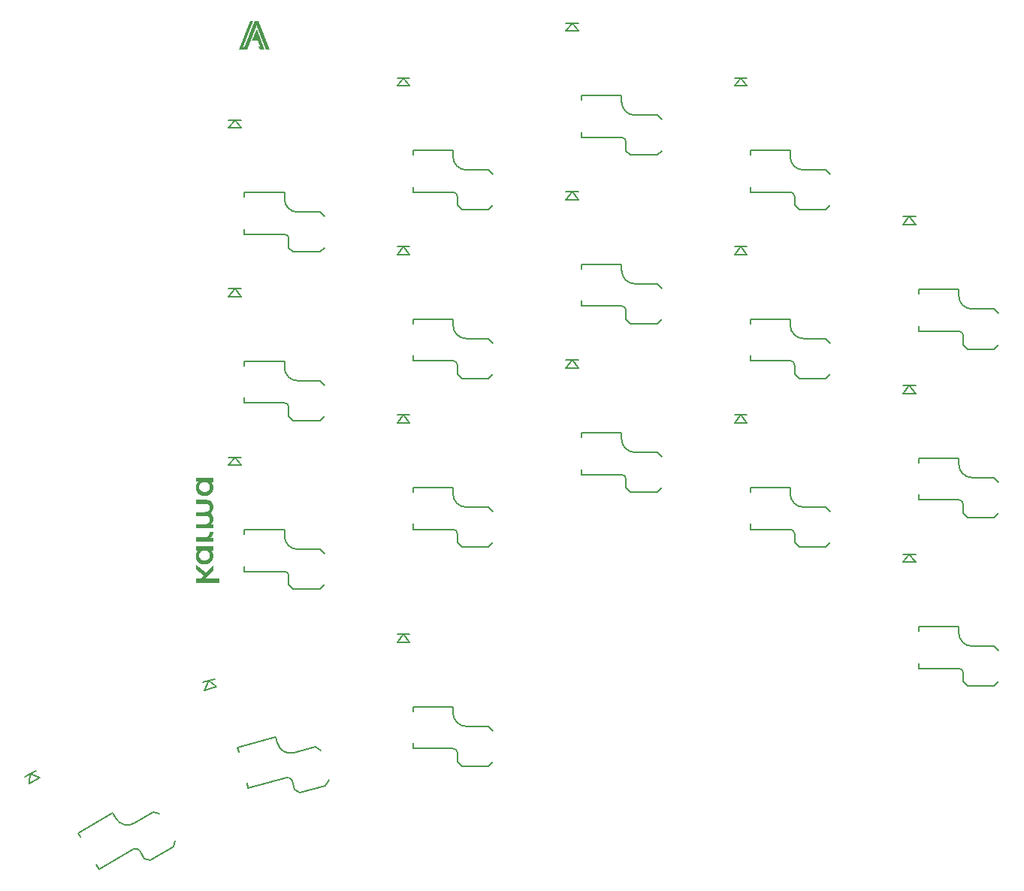
<source format=gbr>
%TF.GenerationSoftware,KiCad,Pcbnew,8.0.5*%
%TF.CreationDate,2024-12-10T18:52:19+08:00*%
%TF.ProjectId,pcb-right,7063622d-7269-4676-9874-2e6b69636164,0.32*%
%TF.SameCoordinates,Original*%
%TF.FileFunction,Legend,Bot*%
%TF.FilePolarity,Positive*%
%FSLAX46Y46*%
G04 Gerber Fmt 4.6, Leading zero omitted, Abs format (unit mm)*
G04 Created by KiCad (PCBNEW 8.0.5) date 2024-12-10 18:52:19*
%MOMM*%
%LPD*%
G01*
G04 APERTURE LIST*
G04 Aperture macros list*
%AMRotRect*
0 Rectangle, with rotation*
0 The origin of the aperture is its center*
0 $1 length*
0 $2 width*
0 $3 Rotation angle, in degrees counterclockwise*
0 Add horizontal line*
21,1,$1,$2,0,0,$3*%
G04 Aperture macros list end*
%ADD10C,0.000000*%
%ADD11C,0.150000*%
%ADD12C,1.701800*%
%ADD13C,3.000000*%
%ADD14C,3.429000*%
%ADD15R,2.600000X2.600000*%
%ADD16C,3.800000*%
%ADD17RotRect,2.600000X2.600000X195.000000*%
%ADD18C,1.800000*%
%ADD19C,2.100000*%
%ADD20O,1.800000X2.750000*%
%ADD21C,1.397000*%
%ADD22RotRect,2.600000X2.600000X210.000000*%
%ADD23R,1.500000X1.800000*%
%ADD24RotRect,1.800000X1.500000X300.000000*%
%ADD25RotRect,1.800000X1.500000X285.000000*%
G04 APERTURE END LIST*
D10*
G36*
X64187616Y-37521201D02*
G01*
X63829779Y-37521201D01*
X65097543Y-34269996D01*
X65455380Y-34269996D01*
X64187616Y-37521201D01*
G37*
G36*
X60900370Y-86228948D02*
G01*
X60667800Y-86228948D01*
X60683216Y-86243422D01*
X60698156Y-86258218D01*
X60712621Y-86273335D01*
X60726612Y-86288773D01*
X60740127Y-86304533D01*
X60753167Y-86320614D01*
X60765732Y-86337016D01*
X60777822Y-86353740D01*
X60789437Y-86370785D01*
X60800577Y-86388152D01*
X60811242Y-86405839D01*
X60821432Y-86423849D01*
X60831146Y-86442179D01*
X60840386Y-86460831D01*
X60849150Y-86479805D01*
X60857440Y-86499100D01*
X60865237Y-86518675D01*
X60872532Y-86538488D01*
X60879324Y-86558538D01*
X60885614Y-86578826D01*
X60891400Y-86599352D01*
X60896682Y-86620114D01*
X60901462Y-86641115D01*
X60905739Y-86662352D01*
X60909513Y-86683828D01*
X60912784Y-86705541D01*
X60915551Y-86727492D01*
X60917816Y-86749680D01*
X60919577Y-86772106D01*
X60920835Y-86794770D01*
X60921590Y-86817671D01*
X60921841Y-86840810D01*
X60921366Y-86875467D01*
X60919940Y-86909662D01*
X60917564Y-86943396D01*
X60914238Y-86976669D01*
X60909961Y-87009480D01*
X60904733Y-87041830D01*
X60898555Y-87073719D01*
X60891426Y-87105147D01*
X60883348Y-87136113D01*
X60874318Y-87166618D01*
X60864338Y-87196662D01*
X60853408Y-87226245D01*
X60841527Y-87255366D01*
X60828696Y-87284026D01*
X60814914Y-87312225D01*
X60800182Y-87339963D01*
X60784590Y-87367092D01*
X60768230Y-87393466D01*
X60751100Y-87419085D01*
X60733202Y-87443950D01*
X60714536Y-87468060D01*
X60695100Y-87491416D01*
X60674896Y-87514017D01*
X60653923Y-87535863D01*
X60632182Y-87556955D01*
X60609672Y-87577291D01*
X60586393Y-87596873D01*
X60562346Y-87615701D01*
X60537530Y-87633773D01*
X60511946Y-87651091D01*
X60485593Y-87667654D01*
X60458472Y-87683462D01*
X60430677Y-87698411D01*
X60402310Y-87712395D01*
X60373371Y-87725415D01*
X60343858Y-87737470D01*
X60313773Y-87748561D01*
X60283115Y-87758687D01*
X60251884Y-87767849D01*
X60220080Y-87776047D01*
X60187703Y-87783280D01*
X60154753Y-87789548D01*
X60121230Y-87794853D01*
X60087133Y-87799192D01*
X60052464Y-87802568D01*
X60017221Y-87804979D01*
X59981404Y-87806425D01*
X59945015Y-87806908D01*
X59908618Y-87806425D01*
X59872780Y-87804979D01*
X59837502Y-87802568D01*
X59802783Y-87799192D01*
X59768623Y-87794853D01*
X59735022Y-87789548D01*
X59701981Y-87783280D01*
X59669499Y-87776047D01*
X59637576Y-87767849D01*
X59606212Y-87758687D01*
X59575408Y-87748561D01*
X59545163Y-87737470D01*
X59515477Y-87725415D01*
X59486350Y-87712395D01*
X59457783Y-87698411D01*
X59429775Y-87683462D01*
X59402433Y-87667654D01*
X59375875Y-87651091D01*
X59350100Y-87633773D01*
X59325107Y-87615701D01*
X59300898Y-87596873D01*
X59277472Y-87577291D01*
X59254829Y-87556955D01*
X59232968Y-87535863D01*
X59211891Y-87514017D01*
X59191595Y-87491416D01*
X59172083Y-87468060D01*
X59153353Y-87443950D01*
X59135405Y-87419085D01*
X59118240Y-87393466D01*
X59101857Y-87367092D01*
X59086256Y-87339963D01*
X59071526Y-87312225D01*
X59057746Y-87284026D01*
X59044917Y-87255366D01*
X59033037Y-87226245D01*
X59022108Y-87196662D01*
X59012129Y-87166618D01*
X59003101Y-87136113D01*
X58995023Y-87105147D01*
X58987895Y-87073719D01*
X58981717Y-87041830D01*
X58976490Y-87009480D01*
X58972213Y-86976669D01*
X58968886Y-86943396D01*
X58966510Y-86909662D01*
X58965085Y-86875467D01*
X58964609Y-86840810D01*
X58964875Y-86816344D01*
X58965672Y-86792144D01*
X58965751Y-86790717D01*
X59347467Y-86790717D01*
X59348110Y-86821236D01*
X59350039Y-86851070D01*
X59353253Y-86880220D01*
X59357753Y-86908685D01*
X59363539Y-86936464D01*
X59370611Y-86963559D01*
X59378969Y-86989969D01*
X59388613Y-87015694D01*
X59399543Y-87040734D01*
X59411759Y-87065089D01*
X59425262Y-87088760D01*
X59440051Y-87111745D01*
X59456126Y-87134045D01*
X59473487Y-87155660D01*
X59492135Y-87176590D01*
X59512070Y-87196835D01*
X59533048Y-87216117D01*
X59554837Y-87234155D01*
X59577437Y-87250949D01*
X59600848Y-87266498D01*
X59625069Y-87280804D01*
X59650102Y-87293866D01*
X59675945Y-87305684D01*
X59702599Y-87316258D01*
X59730064Y-87325588D01*
X59758339Y-87333674D01*
X59787425Y-87340516D01*
X59817322Y-87346114D01*
X59848029Y-87350468D01*
X59879547Y-87353578D01*
X59911875Y-87355444D01*
X59945015Y-87356066D01*
X59978156Y-87355444D01*
X60010486Y-87353578D01*
X60042004Y-87350468D01*
X60072712Y-87346114D01*
X60102608Y-87340516D01*
X60131693Y-87333674D01*
X60159968Y-87325588D01*
X60187432Y-87316258D01*
X60214085Y-87305684D01*
X60239928Y-87293866D01*
X60264961Y-87280804D01*
X60289183Y-87266498D01*
X60312596Y-87250949D01*
X60335198Y-87234155D01*
X60356990Y-87216117D01*
X60377973Y-87196835D01*
X60397903Y-87176590D01*
X60416547Y-87155660D01*
X60433906Y-87134045D01*
X60449979Y-87111745D01*
X60464766Y-87088760D01*
X60478267Y-87065089D01*
X60490483Y-87040734D01*
X60501413Y-87015694D01*
X60511057Y-86989969D01*
X60519416Y-86963559D01*
X60526488Y-86936464D01*
X60532275Y-86908685D01*
X60536775Y-86880220D01*
X60539990Y-86851070D01*
X60541919Y-86821236D01*
X60542562Y-86790717D01*
X60541919Y-86760191D01*
X60539990Y-86730336D01*
X60536775Y-86701152D01*
X60532275Y-86672639D01*
X60526488Y-86644797D01*
X60519416Y-86617626D01*
X60511057Y-86591126D01*
X60501413Y-86565296D01*
X60490483Y-86540138D01*
X60478267Y-86515650D01*
X60464766Y-86491833D01*
X60449979Y-86468687D01*
X60433906Y-86446212D01*
X60416547Y-86424408D01*
X60397903Y-86403274D01*
X60377973Y-86382812D01*
X60356990Y-86363314D01*
X60335198Y-86345073D01*
X60312596Y-86328091D01*
X60289183Y-86312367D01*
X60264961Y-86297901D01*
X60239928Y-86284693D01*
X60214085Y-86272743D01*
X60187432Y-86262051D01*
X60159968Y-86252616D01*
X60131693Y-86244440D01*
X60102608Y-86237521D01*
X60072712Y-86231861D01*
X60042004Y-86227458D01*
X60010486Y-86224314D01*
X59978156Y-86222427D01*
X59945015Y-86221798D01*
X59911875Y-86222427D01*
X59879547Y-86224314D01*
X59848029Y-86227458D01*
X59817322Y-86231861D01*
X59787425Y-86237521D01*
X59758339Y-86244440D01*
X59730064Y-86252616D01*
X59702599Y-86262051D01*
X59675945Y-86272743D01*
X59650102Y-86284693D01*
X59625069Y-86297901D01*
X59600848Y-86312367D01*
X59577437Y-86328091D01*
X59554837Y-86345073D01*
X59533048Y-86363314D01*
X59512070Y-86382812D01*
X59492135Y-86403274D01*
X59473487Y-86424408D01*
X59456126Y-86446212D01*
X59440051Y-86468687D01*
X59425262Y-86491833D01*
X59411759Y-86515650D01*
X59399543Y-86540138D01*
X59388613Y-86565296D01*
X59378969Y-86591126D01*
X59370611Y-86617626D01*
X59363539Y-86644797D01*
X59357753Y-86672639D01*
X59353253Y-86701152D01*
X59350039Y-86730336D01*
X59348110Y-86760191D01*
X59347467Y-86790717D01*
X58965751Y-86790717D01*
X58966999Y-86768208D01*
X58968858Y-86744539D01*
X58971248Y-86721134D01*
X58974169Y-86697995D01*
X58977621Y-86675122D01*
X58981605Y-86652514D01*
X58986119Y-86630172D01*
X58991164Y-86608095D01*
X58996741Y-86586283D01*
X59002848Y-86564738D01*
X59009487Y-86543457D01*
X59016657Y-86522443D01*
X59024358Y-86501694D01*
X59032590Y-86481210D01*
X59041353Y-86461062D01*
X59050648Y-86441320D01*
X59060474Y-86421983D01*
X59070831Y-86403051D01*
X59081719Y-86384524D01*
X59093139Y-86366403D01*
X59105090Y-86348687D01*
X59117572Y-86331376D01*
X59130585Y-86314471D01*
X59144129Y-86297971D01*
X59158204Y-86281877D01*
X59172810Y-86266187D01*
X59187947Y-86250903D01*
X59203615Y-86236024D01*
X59219814Y-86221551D01*
X59236544Y-86207483D01*
X58989660Y-86207483D01*
X58989660Y-85781683D01*
X60900370Y-85781683D01*
X60900370Y-86228948D01*
G37*
G36*
X60920667Y-91874096D02*
G01*
X60917145Y-91931486D01*
X60911275Y-91986583D01*
X60903056Y-92039388D01*
X60892489Y-92089901D01*
X60886326Y-92114298D01*
X60879575Y-92138122D01*
X60872237Y-92161372D01*
X60864312Y-92184050D01*
X60855800Y-92206155D01*
X60846701Y-92227686D01*
X60837014Y-92248645D01*
X60826741Y-92269030D01*
X60815881Y-92288843D01*
X60804434Y-92308082D01*
X60792400Y-92326749D01*
X60779778Y-92344842D01*
X60766570Y-92362362D01*
X60752775Y-92379309D01*
X60738392Y-92395683D01*
X60723423Y-92411485D01*
X60707866Y-92426713D01*
X60691723Y-92441368D01*
X60674992Y-92455450D01*
X60657675Y-92468958D01*
X60639770Y-92481894D01*
X60621278Y-92494257D01*
X60900370Y-92494257D01*
X60900370Y-92920055D01*
X58989660Y-92920055D01*
X58989660Y-92472785D01*
X59916386Y-92472785D01*
X59951644Y-92472212D01*
X59985854Y-92470493D01*
X60019016Y-92467628D01*
X60051129Y-92463617D01*
X60082193Y-92458459D01*
X60112209Y-92452156D01*
X60141177Y-92444706D01*
X60169097Y-92436111D01*
X60195968Y-92426369D01*
X60221791Y-92415481D01*
X60246566Y-92403447D01*
X60270292Y-92390267D01*
X60292971Y-92375941D01*
X60314601Y-92360469D01*
X60335184Y-92343850D01*
X60354718Y-92326086D01*
X60373130Y-92307301D01*
X60390355Y-92287621D01*
X60406392Y-92267047D01*
X60421242Y-92245578D01*
X60434904Y-92223214D01*
X60447379Y-92199956D01*
X60458666Y-92175804D01*
X60468765Y-92150756D01*
X60477676Y-92124815D01*
X60485400Y-92097978D01*
X60491935Y-92070248D01*
X60497282Y-92041623D01*
X60501441Y-92012103D01*
X60504412Y-91981689D01*
X60506195Y-91950381D01*
X60506789Y-91918178D01*
X60506621Y-91906381D01*
X60506116Y-91894249D01*
X60505276Y-91881782D01*
X60504100Y-91868979D01*
X60502590Y-91855840D01*
X60500745Y-91842367D01*
X60498566Y-91828558D01*
X60496053Y-91814415D01*
X60921841Y-91814415D01*
X60920667Y-91874096D01*
G37*
G36*
X64502899Y-37163113D02*
G01*
X64363266Y-37521213D01*
X64185393Y-37521213D01*
X64325046Y-37163072D01*
X64502899Y-37163113D01*
G37*
G36*
X66725377Y-37521200D02*
G01*
X66369777Y-37521200D01*
X65971366Y-36505200D01*
X65292755Y-36505200D01*
X65814171Y-35184401D01*
X66725377Y-37521200D01*
G37*
G36*
X64721016Y-37521201D02*
G01*
X64363179Y-37521201D01*
X65630943Y-34269996D01*
X65988780Y-34269996D01*
X64721016Y-37521201D01*
G37*
G36*
X67258777Y-37521201D02*
G01*
X66900940Y-37521201D01*
X65633176Y-34269996D01*
X65991012Y-34269996D01*
X67258777Y-37521201D01*
G37*
G36*
X60098868Y-96458827D02*
G01*
X60900370Y-95660901D01*
X60900370Y-96197622D01*
X60041637Y-97124358D01*
X61644627Y-97124358D01*
X61644627Y-97571624D01*
X58989660Y-97571624D01*
X58989660Y-97124358D01*
X59494177Y-97124358D01*
X59809041Y-96791591D01*
X58989660Y-96129639D01*
X58989660Y-95585760D01*
X60098868Y-96458827D01*
G37*
G36*
X60900370Y-93954132D02*
G01*
X60667800Y-93954132D01*
X60683216Y-93968605D01*
X60698156Y-93983400D01*
X60712621Y-93998516D01*
X60726612Y-94013954D01*
X60740127Y-94029713D01*
X60753167Y-94045794D01*
X60765732Y-94062196D01*
X60777822Y-94078920D01*
X60789437Y-94095965D01*
X60800577Y-94113332D01*
X60811242Y-94131021D01*
X60821432Y-94149030D01*
X60831146Y-94167361D01*
X60840386Y-94186014D01*
X60849150Y-94204988D01*
X60857440Y-94224284D01*
X60865237Y-94243858D01*
X60872532Y-94263670D01*
X60879324Y-94283720D01*
X60885614Y-94304007D01*
X60891400Y-94324533D01*
X60896682Y-94345295D01*
X60901462Y-94366296D01*
X60905739Y-94387534D01*
X60909513Y-94409010D01*
X60912784Y-94430723D01*
X60915551Y-94452674D01*
X60917816Y-94474863D01*
X60919577Y-94497289D01*
X60920835Y-94519953D01*
X60921590Y-94542855D01*
X60921841Y-94565994D01*
X60921366Y-94600650D01*
X60919940Y-94634845D01*
X60917564Y-94668579D01*
X60914238Y-94701852D01*
X60909961Y-94734663D01*
X60904733Y-94767013D01*
X60898555Y-94798902D01*
X60891426Y-94830329D01*
X60883348Y-94861295D01*
X60874318Y-94891800D01*
X60864338Y-94921844D01*
X60853408Y-94951426D01*
X60841527Y-94980547D01*
X60828696Y-95009207D01*
X60814914Y-95037406D01*
X60800182Y-95065143D01*
X60784590Y-95092272D01*
X60768230Y-95118647D01*
X60751100Y-95144267D01*
X60733202Y-95169132D01*
X60714536Y-95193243D01*
X60695100Y-95216599D01*
X60674896Y-95239200D01*
X60653923Y-95261046D01*
X60632182Y-95282138D01*
X60609672Y-95302475D01*
X60586393Y-95322057D01*
X60562346Y-95340884D01*
X60537530Y-95358957D01*
X60511946Y-95376275D01*
X60485593Y-95392838D01*
X60458472Y-95408646D01*
X60430677Y-95423594D01*
X60402310Y-95437578D01*
X60373371Y-95450597D01*
X60343858Y-95462652D01*
X60313773Y-95473743D01*
X60283115Y-95483869D01*
X60251884Y-95493032D01*
X60220080Y-95501229D01*
X60187703Y-95508462D01*
X60154753Y-95514731D01*
X60121230Y-95520036D01*
X60087133Y-95524376D01*
X60052464Y-95527751D01*
X60017221Y-95530162D01*
X59981404Y-95531609D01*
X59945015Y-95532091D01*
X59908618Y-95531609D01*
X59872780Y-95530162D01*
X59837502Y-95527751D01*
X59802783Y-95524376D01*
X59768623Y-95520036D01*
X59735022Y-95514731D01*
X59701981Y-95508462D01*
X59669499Y-95501229D01*
X59637576Y-95493032D01*
X59606212Y-95483869D01*
X59575408Y-95473743D01*
X59545163Y-95462652D01*
X59515477Y-95450597D01*
X59486350Y-95437578D01*
X59457783Y-95423594D01*
X59429775Y-95408646D01*
X59402433Y-95392838D01*
X59375875Y-95376275D01*
X59350100Y-95358957D01*
X59325107Y-95340884D01*
X59300898Y-95322057D01*
X59277472Y-95302475D01*
X59254829Y-95282138D01*
X59232968Y-95261046D01*
X59211891Y-95239200D01*
X59191595Y-95216599D01*
X59172083Y-95193243D01*
X59153353Y-95169132D01*
X59135405Y-95144267D01*
X59118240Y-95118647D01*
X59101857Y-95092272D01*
X59086256Y-95065143D01*
X59071526Y-95037406D01*
X59057746Y-95009207D01*
X59044917Y-94980547D01*
X59033037Y-94951426D01*
X59022108Y-94921844D01*
X59012129Y-94891800D01*
X59003101Y-94861295D01*
X58995023Y-94830329D01*
X58987895Y-94798902D01*
X58981717Y-94767013D01*
X58976490Y-94734663D01*
X58972213Y-94701852D01*
X58968886Y-94668579D01*
X58966510Y-94634845D01*
X58965085Y-94600650D01*
X58964609Y-94565994D01*
X58964875Y-94541527D01*
X58965672Y-94517325D01*
X58965751Y-94515900D01*
X59347467Y-94515900D01*
X59348110Y-94546419D01*
X59350039Y-94576254D01*
X59353253Y-94605403D01*
X59357753Y-94633867D01*
X59363539Y-94661647D01*
X59370611Y-94688741D01*
X59378969Y-94715151D01*
X59388613Y-94740875D01*
X59399543Y-94765915D01*
X59411759Y-94790270D01*
X59425262Y-94813940D01*
X59440051Y-94836926D01*
X59456126Y-94859226D01*
X59473487Y-94880842D01*
X59492135Y-94901773D01*
X59512070Y-94922019D01*
X59533048Y-94941300D01*
X59554837Y-94959337D01*
X59577437Y-94976130D01*
X59600848Y-94991680D01*
X59625069Y-95005985D01*
X59650102Y-95019046D01*
X59675945Y-95030864D01*
X59702599Y-95041437D01*
X59730064Y-95050767D01*
X59758339Y-95058852D01*
X59787425Y-95065694D01*
X59817322Y-95071292D01*
X59848029Y-95075646D01*
X59879547Y-95078756D01*
X59911875Y-95080622D01*
X59945015Y-95081243D01*
X59978156Y-95080622D01*
X60010486Y-95078756D01*
X60042004Y-95075646D01*
X60072712Y-95071292D01*
X60102608Y-95065694D01*
X60131693Y-95058852D01*
X60159968Y-95050767D01*
X60187432Y-95041437D01*
X60214085Y-95030864D01*
X60239928Y-95019046D01*
X60264961Y-95005985D01*
X60289183Y-94991680D01*
X60312596Y-94976130D01*
X60335198Y-94959337D01*
X60356990Y-94941300D01*
X60377973Y-94922019D01*
X60397903Y-94901773D01*
X60416547Y-94880842D01*
X60433906Y-94859226D01*
X60449979Y-94836926D01*
X60464766Y-94813940D01*
X60478267Y-94790270D01*
X60490483Y-94765915D01*
X60501413Y-94740875D01*
X60511057Y-94715151D01*
X60519416Y-94688741D01*
X60526488Y-94661647D01*
X60532275Y-94633867D01*
X60536775Y-94605403D01*
X60539990Y-94576254D01*
X60541919Y-94546419D01*
X60542562Y-94515900D01*
X60541919Y-94485374D01*
X60539990Y-94455519D01*
X60536775Y-94426335D01*
X60532275Y-94397821D01*
X60526488Y-94369979D01*
X60519416Y-94342808D01*
X60511057Y-94316308D01*
X60501413Y-94290479D01*
X60490483Y-94265320D01*
X60478267Y-94240833D01*
X60464766Y-94217016D01*
X60449979Y-94193870D01*
X60433906Y-94171396D01*
X60416547Y-94149591D01*
X60397903Y-94128458D01*
X60377973Y-94107996D01*
X60356990Y-94088497D01*
X60335198Y-94070257D01*
X60312596Y-94053274D01*
X60289183Y-94037550D01*
X60264961Y-94023083D01*
X60239928Y-94009874D01*
X60214085Y-93997924D01*
X60187432Y-93987231D01*
X60159968Y-93977796D01*
X60131693Y-93969619D01*
X60102608Y-93962700D01*
X60072712Y-93957039D01*
X60042004Y-93952636D01*
X60010486Y-93949491D01*
X59978156Y-93947604D01*
X59945015Y-93946975D01*
X59911875Y-93947604D01*
X59879547Y-93949491D01*
X59848029Y-93952636D01*
X59817322Y-93957039D01*
X59787425Y-93962700D01*
X59758339Y-93969619D01*
X59730064Y-93977796D01*
X59702599Y-93987231D01*
X59675945Y-93997924D01*
X59650102Y-94009874D01*
X59625069Y-94023083D01*
X59600848Y-94037550D01*
X59577437Y-94053274D01*
X59554837Y-94070257D01*
X59533048Y-94088497D01*
X59512070Y-94107996D01*
X59492135Y-94128458D01*
X59473487Y-94149591D01*
X59456126Y-94171396D01*
X59440051Y-94193870D01*
X59425262Y-94217016D01*
X59411759Y-94240833D01*
X59399543Y-94265320D01*
X59388613Y-94290479D01*
X59378969Y-94316308D01*
X59370611Y-94342808D01*
X59363539Y-94369979D01*
X59357753Y-94397821D01*
X59353253Y-94426335D01*
X59350039Y-94455519D01*
X59348110Y-94485374D01*
X59347467Y-94515900D01*
X58965751Y-94515900D01*
X58966999Y-94493389D01*
X58968858Y-94469719D01*
X58971248Y-94446315D01*
X58974169Y-94423176D01*
X58977621Y-94400303D01*
X58981605Y-94377695D01*
X58986119Y-94355353D01*
X58991164Y-94333277D01*
X58996741Y-94311466D01*
X59002848Y-94289920D01*
X59009487Y-94268640D01*
X59016657Y-94247626D01*
X59024358Y-94226877D01*
X59032590Y-94206394D01*
X59041353Y-94186246D01*
X59050648Y-94166503D01*
X59060474Y-94147166D01*
X59070831Y-94128234D01*
X59081719Y-94109708D01*
X59093139Y-94091586D01*
X59105090Y-94073871D01*
X59117572Y-94056560D01*
X59130585Y-94039655D01*
X59144129Y-94023155D01*
X59158204Y-94007060D01*
X59172810Y-93991371D01*
X59187947Y-93976087D01*
X59203615Y-93961208D01*
X59219814Y-93946735D01*
X59236544Y-93932667D01*
X58989660Y-93932667D01*
X58989660Y-93506866D01*
X60900370Y-93506866D01*
X60900370Y-93954132D01*
G37*
G36*
X60136077Y-88240684D02*
G01*
X60185952Y-88243158D01*
X60234192Y-88247281D01*
X60280797Y-88253054D01*
X60325768Y-88260476D01*
X60369103Y-88269547D01*
X60410803Y-88280268D01*
X60450869Y-88292638D01*
X60489299Y-88306657D01*
X60526094Y-88322326D01*
X60561254Y-88339643D01*
X60594779Y-88358610D01*
X60626669Y-88379227D01*
X60656923Y-88401492D01*
X60685542Y-88425407D01*
X60712526Y-88450970D01*
X60737872Y-88477946D01*
X60761583Y-88506096D01*
X60783659Y-88535420D01*
X60804100Y-88565918D01*
X60822905Y-88597590D01*
X60840076Y-88630437D01*
X60855611Y-88664457D01*
X60869511Y-88699651D01*
X60881776Y-88736020D01*
X60892405Y-88773562D01*
X60901399Y-88812278D01*
X60908758Y-88852169D01*
X60914482Y-88893233D01*
X60918571Y-88935472D01*
X60921024Y-88978884D01*
X60921841Y-89023471D01*
X60921513Y-89051495D01*
X60920528Y-89079212D01*
X60918886Y-89106621D01*
X60916587Y-89133723D01*
X60913631Y-89160517D01*
X60910019Y-89187004D01*
X60905750Y-89213183D01*
X60900824Y-89239055D01*
X60895240Y-89264619D01*
X60889000Y-89289876D01*
X60882103Y-89314825D01*
X60874549Y-89339467D01*
X60866339Y-89363801D01*
X60857471Y-89387827D01*
X60847946Y-89411546D01*
X60837764Y-89434957D01*
X60826994Y-89457950D01*
X60815708Y-89480411D01*
X60803904Y-89502341D01*
X60791582Y-89523740D01*
X60778744Y-89544608D01*
X60765388Y-89564944D01*
X60751514Y-89584750D01*
X60737124Y-89604024D01*
X60722216Y-89622767D01*
X60706792Y-89640979D01*
X60690850Y-89658660D01*
X60674391Y-89675809D01*
X60657415Y-89692428D01*
X60639922Y-89708515D01*
X60621912Y-89724071D01*
X60603385Y-89739096D01*
X60622764Y-89751445D01*
X60641542Y-89764339D01*
X60659719Y-89777779D01*
X60677295Y-89791763D01*
X60694270Y-89806292D01*
X60710645Y-89821367D01*
X60726418Y-89836986D01*
X60741591Y-89853151D01*
X60756162Y-89869861D01*
X60770132Y-89887115D01*
X60783502Y-89904915D01*
X60796270Y-89923260D01*
X60808436Y-89942150D01*
X60820002Y-89961585D01*
X60830966Y-89981565D01*
X60841329Y-90002090D01*
X60851082Y-90023076D01*
X60860204Y-90044440D01*
X60868697Y-90066181D01*
X60876561Y-90088300D01*
X60883794Y-90110796D01*
X60890399Y-90133670D01*
X60896374Y-90156921D01*
X60901720Y-90180549D01*
X60906436Y-90204555D01*
X60910524Y-90228938D01*
X60913982Y-90253699D01*
X60916812Y-90278837D01*
X60919012Y-90304352D01*
X60920584Y-90330245D01*
X60921527Y-90356515D01*
X60921841Y-90383162D01*
X60921576Y-90407621D01*
X60920779Y-90431802D01*
X60919451Y-90455702D01*
X60917593Y-90479323D01*
X60915203Y-90502664D01*
X60912282Y-90525726D01*
X60908829Y-90548509D01*
X60904846Y-90571011D01*
X60900332Y-90593235D01*
X60895286Y-90615179D01*
X60889710Y-90636843D01*
X60883602Y-90658228D01*
X60876964Y-90679333D01*
X60869794Y-90700159D01*
X60862093Y-90720705D01*
X60853861Y-90740972D01*
X60845124Y-90760890D01*
X60835911Y-90780388D01*
X60826224Y-90799467D01*
X60816062Y-90818126D01*
X60805426Y-90836366D01*
X60794314Y-90854187D01*
X60782727Y-90871588D01*
X60770665Y-90888571D01*
X60758128Y-90905134D01*
X60745116Y-90921277D01*
X60731629Y-90937002D01*
X60717667Y-90952307D01*
X60703229Y-90967193D01*
X60688316Y-90981659D01*
X60672928Y-90995706D01*
X60657064Y-91009335D01*
X60900370Y-91009335D01*
X60900370Y-91435129D01*
X58989660Y-91435129D01*
X58989660Y-90987863D01*
X59959329Y-90987863D01*
X59993698Y-90987339D01*
X60027033Y-90985767D01*
X60059334Y-90983146D01*
X60090600Y-90979477D01*
X60120832Y-90974760D01*
X60150030Y-90968995D01*
X60178194Y-90962182D01*
X60205323Y-90954320D01*
X60231419Y-90945410D01*
X60256480Y-90935451D01*
X60280507Y-90924444D01*
X60303499Y-90912389D01*
X60325458Y-90899286D01*
X60346383Y-90885134D01*
X60366273Y-90869934D01*
X60385130Y-90853685D01*
X60402894Y-90836542D01*
X60419512Y-90818658D01*
X60434984Y-90800033D01*
X60449310Y-90780668D01*
X60462489Y-90760561D01*
X60474523Y-90739714D01*
X60485411Y-90718127D01*
X60495152Y-90695798D01*
X60503748Y-90672729D01*
X60511197Y-90648919D01*
X60517501Y-90624368D01*
X60522658Y-90599076D01*
X60526669Y-90573044D01*
X60529534Y-90546271D01*
X60531253Y-90518757D01*
X60531826Y-90490503D01*
X60531330Y-90464939D01*
X60529841Y-90440130D01*
X60527360Y-90416075D01*
X60523886Y-90392775D01*
X60519420Y-90370230D01*
X60513961Y-90348440D01*
X60507510Y-90327405D01*
X60500066Y-90307124D01*
X60491630Y-90287598D01*
X60482202Y-90268827D01*
X60471781Y-90250811D01*
X60460368Y-90233550D01*
X60447963Y-90217043D01*
X60434565Y-90201292D01*
X60420175Y-90186295D01*
X60404793Y-90172054D01*
X60388434Y-90158621D01*
X60371111Y-90146056D01*
X60352824Y-90134357D01*
X60333572Y-90123524D01*
X60313355Y-90113558D01*
X60292173Y-90104459D01*
X60270027Y-90096226D01*
X60246916Y-90088859D01*
X60222841Y-90082360D01*
X60197802Y-90076726D01*
X60171797Y-90071960D01*
X60144829Y-90068060D01*
X60116896Y-90065027D01*
X60087998Y-90062860D01*
X60058136Y-90061560D01*
X60027309Y-90061127D01*
X58989660Y-90061127D01*
X58989660Y-89613861D01*
X59959329Y-89613861D01*
X59993271Y-89613330D01*
X60026221Y-89611737D01*
X60058179Y-89609081D01*
X60089144Y-89605363D01*
X60119118Y-89600583D01*
X60148099Y-89594741D01*
X60176088Y-89587837D01*
X60203085Y-89579870D01*
X60229090Y-89570841D01*
X60254103Y-89560750D01*
X60278124Y-89549596D01*
X60301152Y-89537380D01*
X60323189Y-89524102D01*
X60344234Y-89509762D01*
X60364286Y-89494359D01*
X60383347Y-89477894D01*
X60401327Y-89460549D01*
X60418147Y-89442505D01*
X60433807Y-89423761D01*
X60448307Y-89404319D01*
X60461647Y-89384178D01*
X60473827Y-89363339D01*
X60484847Y-89341800D01*
X60494707Y-89319562D01*
X60503406Y-89296625D01*
X60510946Y-89272990D01*
X60517326Y-89248656D01*
X60522546Y-89223622D01*
X60526606Y-89197890D01*
X60529506Y-89171460D01*
X60531246Y-89144330D01*
X60531826Y-89116502D01*
X60531330Y-89090938D01*
X60529841Y-89066128D01*
X60527360Y-89042074D01*
X60523886Y-89018774D01*
X60519420Y-88996229D01*
X60513961Y-88974439D01*
X60507510Y-88953404D01*
X60500066Y-88933123D01*
X60491630Y-88913598D01*
X60482202Y-88894827D01*
X60471781Y-88876811D01*
X60460368Y-88859549D01*
X60447963Y-88843043D01*
X60434565Y-88827291D01*
X60420175Y-88812294D01*
X60404793Y-88798051D01*
X60388434Y-88784619D01*
X60371111Y-88772054D01*
X60352824Y-88760355D01*
X60333572Y-88749522D01*
X60313355Y-88739556D01*
X60292173Y-88730457D01*
X60270027Y-88722224D01*
X60246916Y-88714858D01*
X60222841Y-88708358D01*
X60197802Y-88702725D01*
X60171797Y-88697958D01*
X60144829Y-88694059D01*
X60116896Y-88691025D01*
X60087998Y-88688859D01*
X60058136Y-88687559D01*
X60027309Y-88687125D01*
X58989660Y-88687125D01*
X58989660Y-88239859D01*
X60084567Y-88239859D01*
X60136077Y-88240684D01*
G37*
G36*
X66369778Y-37521213D02*
G01*
X66191904Y-37521213D01*
X66052272Y-37163113D01*
X66230125Y-37163072D01*
X66369778Y-37521213D01*
G37*
D11*
%TO.C,SWR2*%
X83445625Y-48865000D02*
X83445625Y-49365000D01*
X83445625Y-52965000D02*
X83445625Y-53565000D01*
X83445625Y-53565000D02*
X87945625Y-53565000D01*
X87945625Y-48865000D02*
X83445625Y-48865000D01*
X87945625Y-49565000D02*
X87945625Y-48865000D01*
X88445625Y-54065000D02*
X88445625Y-55065000D01*
X88945625Y-55565000D02*
X88445625Y-55065000D01*
X91945625Y-51065000D02*
X89445625Y-51065000D01*
X91945625Y-55565000D02*
X88945625Y-55565000D01*
X92445625Y-51565000D02*
X91945625Y-51065000D01*
X92445625Y-55065000D02*
X91945625Y-55565000D01*
X87945625Y-53565000D02*
G75*
G02*
X88445625Y-54065000I-1J-500001D01*
G01*
X89445625Y-51065000D02*
G75*
G02*
X87945625Y-49565000I1J1500001D01*
G01*
%TO.C,SWR10*%
X140445625Y-83540000D02*
X140445625Y-84040000D01*
X140445625Y-87640000D02*
X140445625Y-88240000D01*
X140445625Y-88240000D02*
X144945625Y-88240000D01*
X144945625Y-83540000D02*
X140445625Y-83540000D01*
X144945625Y-84240000D02*
X144945625Y-83540000D01*
X145445625Y-88740000D02*
X145445625Y-89740000D01*
X145945625Y-90240000D02*
X145445625Y-89740000D01*
X148945625Y-85740000D02*
X146445625Y-85740000D01*
X148945625Y-90240000D02*
X145945625Y-90240000D01*
X149445625Y-86240000D02*
X148945625Y-85740000D01*
X149445625Y-89740000D02*
X148945625Y-90240000D01*
X144945625Y-88240000D02*
G75*
G02*
X145445625Y-88740000I-1J-500001D01*
G01*
X146445625Y-85740000D02*
G75*
G02*
X144945625Y-84240000I1J1500001D01*
G01*
%TO.C,SWR7*%
X83445625Y-67865000D02*
X83445625Y-68365000D01*
X83445625Y-71965000D02*
X83445625Y-72565000D01*
X83445625Y-72565000D02*
X87945625Y-72565000D01*
X87945625Y-67865000D02*
X83445625Y-67865000D01*
X87945625Y-68565000D02*
X87945625Y-67865000D01*
X88445625Y-73065000D02*
X88445625Y-74065000D01*
X88945625Y-74565000D02*
X88445625Y-74065000D01*
X91945625Y-70065000D02*
X89445625Y-70065000D01*
X91945625Y-74565000D02*
X88945625Y-74565000D01*
X92445625Y-70565000D02*
X91945625Y-70065000D01*
X92445625Y-74065000D02*
X91945625Y-74565000D01*
X87945625Y-72565000D02*
G75*
G02*
X88445625Y-73065000I-1J-500001D01*
G01*
X89445625Y-70065000D02*
G75*
G02*
X87945625Y-68565000I1J1500001D01*
G01*
%TO.C,SWR18*%
X83445625Y-111565000D02*
X83445625Y-112065000D01*
X83445625Y-115665000D02*
X83445625Y-116265000D01*
X83445625Y-116265000D02*
X87945625Y-116265000D01*
X87945625Y-111565000D02*
X83445625Y-111565000D01*
X87945625Y-112265000D02*
X87945625Y-111565000D01*
X88445625Y-116765000D02*
X88445625Y-117765000D01*
X88945625Y-118265000D02*
X88445625Y-117765000D01*
X91945625Y-113765000D02*
X89445625Y-113765000D01*
X91945625Y-118265000D02*
X88945625Y-118265000D01*
X92445625Y-114265000D02*
X91945625Y-113765000D01*
X92445625Y-117765000D02*
X91945625Y-118265000D01*
X87945625Y-116265000D02*
G75*
G02*
X88445625Y-116765000I-1J-500001D01*
G01*
X89445625Y-113765000D02*
G75*
G02*
X87945625Y-112265000I1J1500001D01*
G01*
%TO.C,SWR4*%
X121445625Y-48865000D02*
X121445625Y-49365000D01*
X121445625Y-52965000D02*
X121445625Y-53565000D01*
X121445625Y-53565000D02*
X125945625Y-53565000D01*
X125945625Y-48865000D02*
X121445625Y-48865000D01*
X125945625Y-49565000D02*
X125945625Y-48865000D01*
X126445625Y-54065000D02*
X126445625Y-55065000D01*
X126945625Y-55565000D02*
X126445625Y-55065000D01*
X129945625Y-51065000D02*
X127445625Y-51065000D01*
X129945625Y-55565000D02*
X126945625Y-55565000D01*
X130445625Y-51565000D02*
X129945625Y-51065000D01*
X130445625Y-55065000D02*
X129945625Y-55565000D01*
X125945625Y-53565000D02*
G75*
G02*
X126445625Y-54065000I-1J-500001D01*
G01*
X127445625Y-51065000D02*
G75*
G02*
X125945625Y-49565000I1J1500001D01*
G01*
%TO.C,SWR6*%
X64445625Y-72615000D02*
X64445625Y-73115000D01*
X64445625Y-76715000D02*
X64445625Y-77315000D01*
X64445625Y-77315000D02*
X68945625Y-77315000D01*
X68945625Y-72615000D02*
X64445625Y-72615000D01*
X68945625Y-73315000D02*
X68945625Y-72615000D01*
X69445625Y-77815000D02*
X69445625Y-78815000D01*
X69945625Y-79315000D02*
X69445625Y-78815000D01*
X72945625Y-74815000D02*
X70445625Y-74815000D01*
X72945625Y-79315000D02*
X69945625Y-79315000D01*
X73445625Y-75315000D02*
X72945625Y-74815000D01*
X73445625Y-78815000D02*
X72945625Y-79315000D01*
X68945625Y-77315000D02*
G75*
G02*
X69445625Y-77815000I-1J-500001D01*
G01*
X70445625Y-74815000D02*
G75*
G02*
X68945625Y-73315000I1J1500001D01*
G01*
%TO.C,SWR13*%
X102445625Y-80690000D02*
X102445625Y-81190000D01*
X102445625Y-84790000D02*
X102445625Y-85390000D01*
X102445625Y-85390000D02*
X106945625Y-85390000D01*
X106945625Y-80690000D02*
X102445625Y-80690000D01*
X106945625Y-81390000D02*
X106945625Y-80690000D01*
X107445625Y-85890000D02*
X107445625Y-86890000D01*
X107945625Y-87390000D02*
X107445625Y-86890000D01*
X110945625Y-82890000D02*
X108445625Y-82890000D01*
X110945625Y-87390000D02*
X107945625Y-87390000D01*
X111445625Y-83390000D02*
X110945625Y-82890000D01*
X111445625Y-86890000D02*
X110945625Y-87390000D01*
X106945625Y-85390000D02*
G75*
G02*
X107445625Y-85890000I-1J-500001D01*
G01*
X108445625Y-82890000D02*
G75*
G02*
X106945625Y-81390000I1J1500001D01*
G01*
%TO.C,SWR9*%
X121445625Y-67865000D02*
X121445625Y-68365000D01*
X121445625Y-71965000D02*
X121445625Y-72565000D01*
X121445625Y-72565000D02*
X125945625Y-72565000D01*
X125945625Y-67865000D02*
X121445625Y-67865000D01*
X125945625Y-68565000D02*
X125945625Y-67865000D01*
X126445625Y-73065000D02*
X126445625Y-74065000D01*
X126945625Y-74565000D02*
X126445625Y-74065000D01*
X129945625Y-70065000D02*
X127445625Y-70065000D01*
X129945625Y-74565000D02*
X126945625Y-74565000D01*
X130445625Y-70565000D02*
X129945625Y-70065000D01*
X130445625Y-74065000D02*
X129945625Y-74565000D01*
X125945625Y-72565000D02*
G75*
G02*
X126445625Y-73065000I-1J-500001D01*
G01*
X127445625Y-70065000D02*
G75*
G02*
X125945625Y-68565000I1J1500001D01*
G01*
%TO.C,SWR17*%
X63647373Y-116175622D02*
X63776782Y-116658585D01*
X64708531Y-120135918D02*
X64863822Y-120715473D01*
X64863822Y-120715473D02*
X69210489Y-119550788D01*
X67994039Y-115010936D02*
X63647373Y-116175622D01*
X68175212Y-115687084D02*
X67994039Y-115010936D01*
X69822861Y-119904341D02*
X70081680Y-120870267D01*
X70694052Y-121223820D02*
X70081680Y-120870267D01*
X72427144Y-116100697D02*
X70012330Y-116747745D01*
X73591830Y-120447363D02*
X70694052Y-121223820D01*
X73039517Y-116454250D02*
X72427144Y-116100697D01*
X73945383Y-119834991D02*
X73591830Y-120447363D01*
X69210489Y-119550788D02*
G75*
G02*
X69822860Y-119904341I129408J-482964D01*
G01*
X70012330Y-116747745D02*
G75*
G02*
X68175212Y-115687084I-388228J1448890D01*
G01*
%TO.C,SWR12*%
X83445625Y-86865000D02*
X83445625Y-87365000D01*
X83445625Y-90965000D02*
X83445625Y-91565000D01*
X83445625Y-91565000D02*
X87945625Y-91565000D01*
X87945625Y-86865000D02*
X83445625Y-86865000D01*
X87945625Y-87565000D02*
X87945625Y-86865000D01*
X88445625Y-92065000D02*
X88445625Y-93065000D01*
X88945625Y-93565000D02*
X88445625Y-93065000D01*
X91945625Y-89065000D02*
X89445625Y-89065000D01*
X91945625Y-93565000D02*
X88945625Y-93565000D01*
X92445625Y-89565000D02*
X91945625Y-89065000D01*
X92445625Y-93065000D02*
X91945625Y-93565000D01*
X87945625Y-91565000D02*
G75*
G02*
X88445625Y-92065000I-1J-500001D01*
G01*
X89445625Y-89065000D02*
G75*
G02*
X87945625Y-87565000I1J1500001D01*
G01*
%TO.C,SWR8*%
X102445625Y-61690000D02*
X102445625Y-62190000D01*
X102445625Y-65790000D02*
X102445625Y-66390000D01*
X102445625Y-66390000D02*
X106945625Y-66390000D01*
X106945625Y-61690000D02*
X102445625Y-61690000D01*
X106945625Y-62390000D02*
X106945625Y-61690000D01*
X107445625Y-66890000D02*
X107445625Y-67890000D01*
X107945625Y-68390000D02*
X107445625Y-67890000D01*
X110945625Y-63890000D02*
X108445625Y-63890000D01*
X110945625Y-68390000D02*
X107945625Y-68390000D01*
X111445625Y-64390000D02*
X110945625Y-63890000D01*
X111445625Y-67890000D02*
X110945625Y-68390000D01*
X106945625Y-66390000D02*
G75*
G02*
X107445625Y-66890000I-1J-500001D01*
G01*
X108445625Y-63890000D02*
G75*
G02*
X106945625Y-62390000I1J1500001D01*
G01*
%TO.C,SWR5*%
X140445625Y-64540000D02*
X140445625Y-65040000D01*
X140445625Y-68640000D02*
X140445625Y-69240000D01*
X140445625Y-69240000D02*
X144945625Y-69240000D01*
X144945625Y-64540000D02*
X140445625Y-64540000D01*
X144945625Y-65240000D02*
X144945625Y-64540000D01*
X145445625Y-69740000D02*
X145445625Y-70740000D01*
X145945625Y-71240000D02*
X145445625Y-70740000D01*
X148945625Y-66740000D02*
X146445625Y-66740000D01*
X148945625Y-71240000D02*
X145945625Y-71240000D01*
X149445625Y-67240000D02*
X148945625Y-66740000D01*
X149445625Y-70740000D02*
X148945625Y-71240000D01*
X144945625Y-69240000D02*
G75*
G02*
X145445625Y-69740000I-1J-500001D01*
G01*
X146445625Y-66740000D02*
G75*
G02*
X144945625Y-65240000I1J1500001D01*
G01*
%TO.C,SWR11*%
X64445625Y-91615000D02*
X64445625Y-92115000D01*
X64445625Y-95715000D02*
X64445625Y-96315000D01*
X64445625Y-96315000D02*
X68945625Y-96315000D01*
X68945625Y-91615000D02*
X64445625Y-91615000D01*
X68945625Y-92315000D02*
X68945625Y-91615000D01*
X69445625Y-96815000D02*
X69445625Y-97815000D01*
X69945625Y-98315000D02*
X69445625Y-97815000D01*
X72945625Y-93815000D02*
X70445625Y-93815000D01*
X72945625Y-98315000D02*
X69945625Y-98315000D01*
X73445625Y-94315000D02*
X72945625Y-93815000D01*
X73445625Y-97815000D02*
X72945625Y-98315000D01*
X68945625Y-96315000D02*
G75*
G02*
X69445625Y-96815000I-1J-500001D01*
G01*
X70445625Y-93815000D02*
G75*
G02*
X68945625Y-92315000I1J1500001D01*
G01*
%TO.C,SWR14*%
X121445625Y-86865000D02*
X121445625Y-87365000D01*
X121445625Y-90965000D02*
X121445625Y-91565000D01*
X121445625Y-91565000D02*
X125945625Y-91565000D01*
X125945625Y-86865000D02*
X121445625Y-86865000D01*
X125945625Y-87565000D02*
X125945625Y-86865000D01*
X126445625Y-92065000D02*
X126445625Y-93065000D01*
X126945625Y-93565000D02*
X126445625Y-93065000D01*
X129945625Y-89065000D02*
X127445625Y-89065000D01*
X129945625Y-93565000D02*
X126945625Y-93565000D01*
X130445625Y-89565000D02*
X129945625Y-89065000D01*
X130445625Y-93065000D02*
X129945625Y-93565000D01*
X125945625Y-91565000D02*
G75*
G02*
X126445625Y-92065000I-1J-500001D01*
G01*
X127445625Y-89065000D02*
G75*
G02*
X125945625Y-87565000I1J1500001D01*
G01*
%TO.C,SWR15*%
X140445625Y-102540000D02*
X140445625Y-103040000D01*
X140445625Y-106640000D02*
X140445625Y-107240000D01*
X140445625Y-107240000D02*
X144945625Y-107240000D01*
X144945625Y-102540000D02*
X140445625Y-102540000D01*
X144945625Y-103240000D02*
X144945625Y-102540000D01*
X145445625Y-107740000D02*
X145445625Y-108740000D01*
X145945625Y-109240000D02*
X145445625Y-108740000D01*
X148945625Y-104740000D02*
X146445625Y-104740000D01*
X148945625Y-109240000D02*
X145945625Y-109240000D01*
X149445625Y-105240000D02*
X148945625Y-104740000D01*
X149445625Y-108740000D02*
X148945625Y-109240000D01*
X144945625Y-107240000D02*
G75*
G02*
X145445625Y-107740000I-1J-500001D01*
G01*
X146445625Y-104740000D02*
G75*
G02*
X144945625Y-103240000I1J1500001D01*
G01*
%TO.C,SWR16*%
X45708447Y-125789038D02*
X45958447Y-126222051D01*
X47758447Y-129339742D02*
X48058447Y-129859358D01*
X48058447Y-129859358D02*
X51955561Y-127609358D01*
X49605561Y-123539038D02*
X45708447Y-125789038D01*
X49955561Y-124145256D02*
X49605561Y-123539038D01*
X52638574Y-127792370D02*
X53138574Y-128658396D01*
X53821587Y-128841408D02*
X53138574Y-128658396D01*
X54169663Y-123444294D02*
X52004600Y-124694294D01*
X56419663Y-127341408D02*
X53821587Y-128841408D01*
X54852676Y-123627307D02*
X54169663Y-123444294D01*
X56602676Y-126658396D02*
X56419663Y-127341408D01*
X51955561Y-127609358D02*
G75*
G02*
X52638574Y-127792370I250000J-433014D01*
G01*
X52004600Y-124694294D02*
G75*
G02*
X49955561Y-124145256I-750000J1299041D01*
G01*
%TO.C,SWR3*%
X102445625Y-42690000D02*
X102445625Y-43190000D01*
X102445625Y-46790000D02*
X102445625Y-47390000D01*
X102445625Y-47390000D02*
X106945625Y-47390000D01*
X106945625Y-42690000D02*
X102445625Y-42690000D01*
X106945625Y-43390000D02*
X106945625Y-42690000D01*
X107445625Y-47890000D02*
X107445625Y-48890000D01*
X107945625Y-49390000D02*
X107445625Y-48890000D01*
X110945625Y-44890000D02*
X108445625Y-44890000D01*
X110945625Y-49390000D02*
X107945625Y-49390000D01*
X111445625Y-45390000D02*
X110945625Y-44890000D01*
X111445625Y-48890000D02*
X110945625Y-49390000D01*
X106945625Y-47390000D02*
G75*
G02*
X107445625Y-47890000I-1J-500001D01*
G01*
X108445625Y-44890000D02*
G75*
G02*
X106945625Y-43390000I1J1500001D01*
G01*
%TO.C,SWR1*%
X64445625Y-53615000D02*
X64445625Y-54115000D01*
X64445625Y-57715000D02*
X64445625Y-58315000D01*
X64445625Y-58315000D02*
X68945625Y-58315000D01*
X68945625Y-53615000D02*
X64445625Y-53615000D01*
X68945625Y-54315000D02*
X68945625Y-53615000D01*
X69445625Y-58815000D02*
X69445625Y-59815000D01*
X69945625Y-60315000D02*
X69445625Y-59815000D01*
X72945625Y-55815000D02*
X70445625Y-55815000D01*
X72945625Y-60315000D02*
X69945625Y-60315000D01*
X73445625Y-56315000D02*
X72945625Y-55815000D01*
X73445625Y-59815000D02*
X72945625Y-60315000D01*
X68945625Y-58315000D02*
G75*
G02*
X69445625Y-58815000I-1J-500001D01*
G01*
X70445625Y-55815000D02*
G75*
G02*
X68945625Y-54315000I1J1500001D01*
G01*
%TO.C,DR10*%
X139370625Y-75365000D02*
X138670625Y-76265000D01*
X138670625Y-75365000D02*
X140070625Y-75365000D01*
X140070625Y-76265000D02*
X139370625Y-75365000D01*
X138670625Y-76265000D02*
X140070625Y-76265000D01*
%TO.C,DR8*%
X101370625Y-53515000D02*
X100670625Y-54415000D01*
X100670625Y-53515000D02*
X102070625Y-53515000D01*
X102070625Y-54415000D02*
X101370625Y-53515000D01*
X100670625Y-54415000D02*
X102070625Y-54415000D01*
%TO.C,DR3*%
X101370625Y-34515000D02*
X100670625Y-35415000D01*
X100670625Y-34515000D02*
X102070625Y-34515000D01*
X102070625Y-35415000D02*
X101370625Y-34515000D01*
X100670625Y-35415000D02*
X102070625Y-35415000D01*
%TO.C,DR9*%
X120370625Y-59690000D02*
X119670625Y-60590000D01*
X119670625Y-59690000D02*
X121070625Y-59690000D01*
X121070625Y-60590000D02*
X120370625Y-59690000D01*
X119670625Y-60590000D02*
X121070625Y-60590000D01*
%TO.C,DR4*%
X120370625Y-40690000D02*
X119670625Y-41590000D01*
X119670625Y-40690000D02*
X121070625Y-40690000D01*
X121070625Y-41590000D02*
X120370625Y-40690000D01*
X119670625Y-41590000D02*
X121070625Y-41590000D01*
%TO.C,DR15*%
X139370625Y-94365000D02*
X138670625Y-95265000D01*
X138670625Y-94365000D02*
X140070625Y-94365000D01*
X140070625Y-95265000D02*
X139370625Y-94365000D01*
X138670625Y-95265000D02*
X140070625Y-95265000D01*
%TO.C,DR6*%
X63370625Y-64440000D02*
X62670625Y-65340000D01*
X62670625Y-64440000D02*
X64070625Y-64440000D01*
X64070625Y-65340000D02*
X63370625Y-64440000D01*
X62670625Y-65340000D02*
X64070625Y-65340000D01*
%TO.C,DR11*%
X63370625Y-83440000D02*
X62670625Y-84340000D01*
X62670625Y-83440000D02*
X64070625Y-83440000D01*
X64070625Y-84340000D02*
X63370625Y-83440000D01*
X62670625Y-84340000D02*
X64070625Y-84340000D01*
%TO.C,DR5*%
X139370625Y-56312500D02*
X138670625Y-57212500D01*
X138670625Y-56312500D02*
X140070625Y-56312500D01*
X140070625Y-57212500D02*
X139370625Y-56312500D01*
X138670625Y-57212500D02*
X140070625Y-57212500D01*
%TO.C,DR16*%
X40320625Y-119131987D02*
X40164407Y-120261410D01*
X39714407Y-119481987D02*
X40926843Y-118781987D01*
X41376843Y-119561410D02*
X40320625Y-119131987D01*
X40164407Y-120261410D02*
X41376843Y-119561410D01*
%TO.C,DR18*%
X82370625Y-103390000D02*
X81670625Y-104290000D01*
X81670625Y-103390000D02*
X83070625Y-103390000D01*
X83070625Y-104290000D02*
X82370625Y-103390000D01*
X81670625Y-104290000D02*
X83070625Y-104290000D01*
%TO.C,DR13*%
X101370625Y-72500000D02*
X100670625Y-73400000D01*
X100670625Y-72500000D02*
X102070625Y-72500000D01*
X102070625Y-73400000D02*
X101370625Y-72500000D01*
X100670625Y-73400000D02*
X102070625Y-73400000D01*
%TO.C,DR12*%
X82370625Y-78690000D02*
X81670625Y-79590000D01*
X81670625Y-78690000D02*
X83070625Y-78690000D01*
X83070625Y-79590000D02*
X82370625Y-78690000D01*
X81670625Y-79590000D02*
X83070625Y-79590000D01*
%TO.C,DR2*%
X82370625Y-40690000D02*
X81670625Y-41590000D01*
X81670625Y-40690000D02*
X83070625Y-40690000D01*
X83070625Y-41590000D02*
X82370625Y-40690000D01*
X81670625Y-41590000D02*
X83070625Y-41590000D01*
%TO.C,DR17*%
X60391215Y-108632037D02*
X59948005Y-109682544D01*
X59715067Y-108813210D02*
X61067364Y-108450864D01*
X61300301Y-109320197D02*
X60391215Y-108632037D01*
X59948005Y-109682544D02*
X61300301Y-109320197D01*
%TO.C,DR14*%
X120370625Y-78690000D02*
X119670625Y-79590000D01*
X119670625Y-78690000D02*
X121070625Y-78690000D01*
X121070625Y-79590000D02*
X120370625Y-78690000D01*
X119670625Y-79590000D02*
X121070625Y-79590000D01*
%TO.C,DR1*%
X63370625Y-45440000D02*
X62670625Y-46340000D01*
X62670625Y-45440000D02*
X64070625Y-45440000D01*
X64070625Y-46340000D02*
X63370625Y-45440000D01*
X62670625Y-46340000D02*
X64070625Y-46340000D01*
%TO.C,DR7*%
X82370625Y-59690000D02*
X81670625Y-60590000D01*
X81670625Y-59690000D02*
X83070625Y-59690000D01*
X83070625Y-60590000D02*
X82370625Y-59690000D01*
X81670625Y-60590000D02*
X83070625Y-60590000D01*
%TD*%
%LPC*%
D12*
%TO.C,SWR2*%
X84945625Y-47365000D03*
D13*
X85445625Y-51115000D03*
D14*
X90445625Y-47365000D03*
D13*
X90445625Y-53315000D03*
D12*
X95945625Y-47365000D03*
D15*
X93720625Y-53315000D03*
X82170625Y-51115000D03*
%TD*%
D12*
%TO.C,SWR10*%
X141945625Y-82040000D03*
D13*
X142445625Y-85790000D03*
D14*
X147445625Y-82040000D03*
D13*
X147445625Y-87990000D03*
D12*
X152945625Y-82040000D03*
D15*
X150720625Y-87990000D03*
X139170625Y-85790000D03*
%TD*%
D12*
%TO.C,SWR7*%
X84945625Y-66365000D03*
D13*
X85445625Y-70115000D03*
D14*
X90445625Y-66365000D03*
D13*
X90445625Y-72315000D03*
D12*
X95945625Y-66365000D03*
D15*
X93720625Y-72315000D03*
X82170625Y-70115000D03*
%TD*%
D16*
%TO.C,REF\u002A\u002A*%
X59945625Y-101001000D03*
%TD*%
%TO.C,REF\u002A\u002A*%
X137195625Y-35865000D03*
%TD*%
D12*
%TO.C,SWR18*%
X84945625Y-110065000D03*
D13*
X85445625Y-113815000D03*
D14*
X90445625Y-110065000D03*
D13*
X90445625Y-116015000D03*
D12*
X95945625Y-110065000D03*
D15*
X93720625Y-116015000D03*
X82170625Y-113815000D03*
%TD*%
D12*
%TO.C,SWR4*%
X122945625Y-47365000D03*
D13*
X123445625Y-51115000D03*
D14*
X128445625Y-47365000D03*
D13*
X128445625Y-53315000D03*
D12*
X133945625Y-47365000D03*
D15*
X131720625Y-53315000D03*
X120170625Y-51115000D03*
%TD*%
D12*
%TO.C,SWR6*%
X65945625Y-71115000D03*
D13*
X66445625Y-74865000D03*
D14*
X71445625Y-71115000D03*
D13*
X71445625Y-77065000D03*
D12*
X76945625Y-71115000D03*
D15*
X74720625Y-77065000D03*
X63170625Y-74865000D03*
%TD*%
D12*
%TO.C,SWR13*%
X103945625Y-79190000D03*
D13*
X104445625Y-82940000D03*
D14*
X109445625Y-79190000D03*
D13*
X109445625Y-85140000D03*
D12*
X114945625Y-79190000D03*
D15*
X112720625Y-85140000D03*
X101170625Y-82940000D03*
%TD*%
D12*
%TO.C,SWR9*%
X122945625Y-66365000D03*
D13*
X123445625Y-70115000D03*
D14*
X128445625Y-66365000D03*
D13*
X128445625Y-72315000D03*
D12*
X133945625Y-66365000D03*
D15*
X131720625Y-72315000D03*
X120170625Y-70115000D03*
%TD*%
D12*
%TO.C,SWR17*%
X64708033Y-114338505D03*
D13*
X66161567Y-117831317D03*
D14*
X70020625Y-112915000D03*
D13*
X71560598Y-118662259D03*
D12*
X75333217Y-111491495D03*
D17*
X74724005Y-117814626D03*
X62998160Y-118678949D03*
%TD*%
D12*
%TO.C,SWR12*%
X84945625Y-85365000D03*
D13*
X85445625Y-89115000D03*
D14*
X90445625Y-85365000D03*
D13*
X90445625Y-91315000D03*
D12*
X95945625Y-85365000D03*
D15*
X93720625Y-91315000D03*
X82170625Y-89115000D03*
%TD*%
D18*
%TO.C,RSW2*%
X78217625Y-36095250D03*
X73217625Y-36095250D03*
D19*
X72217625Y-38595250D03*
X79217625Y-38595250D03*
%TD*%
D12*
%TO.C,SWR8*%
X103945625Y-60190000D03*
D13*
X104445625Y-63940000D03*
D14*
X109445625Y-60190000D03*
D13*
X109445625Y-66140000D03*
D12*
X114945625Y-60190000D03*
D15*
X112720625Y-66140000D03*
X101170625Y-63940000D03*
%TD*%
D12*
%TO.C,SWR5*%
X141945625Y-63040000D03*
D13*
X142445625Y-66790000D03*
D14*
X147445625Y-63040000D03*
D13*
X147445625Y-68990000D03*
D12*
X152945625Y-63040000D03*
D15*
X150720625Y-68990000D03*
X139170625Y-66790000D03*
%TD*%
D16*
%TO.C,REF\u002A\u002A*%
X158945625Y-112540000D03*
%TD*%
D20*
%TO.C,U2*%
X158865625Y-34995000D03*
X156325625Y-34995000D03*
X153785625Y-34995000D03*
X151245625Y-34995000D03*
X148705625Y-34995000D03*
X146165625Y-34995000D03*
X143625625Y-34995000D03*
X143625625Y-51185000D03*
X146165625Y-51185000D03*
X148705625Y-51185000D03*
X151245625Y-51185000D03*
X153785625Y-51185000D03*
X156325625Y-51185000D03*
X158865625Y-51185000D03*
D21*
X159817625Y-41820000D03*
X159817625Y-44360000D03*
X157277625Y-41820000D03*
X157277625Y-44360000D03*
X151562625Y-38645000D03*
X153467625Y-38645000D03*
%TD*%
D12*
%TO.C,SWR11*%
X65945625Y-90115000D03*
D13*
X66445625Y-93865000D03*
D14*
X71445625Y-90115000D03*
D13*
X71445625Y-96065000D03*
D12*
X76945625Y-90115000D03*
D15*
X74720625Y-96065000D03*
X63170625Y-93865000D03*
%TD*%
D16*
%TO.C,REF\u002A\u002A*%
X59945625Y-35865000D03*
%TD*%
D12*
%TO.C,SWR14*%
X122945625Y-85365000D03*
D13*
X123445625Y-89115000D03*
D14*
X128445625Y-85365000D03*
D13*
X128445625Y-91315000D03*
D12*
X133945625Y-85365000D03*
D15*
X131720625Y-91315000D03*
X120170625Y-89115000D03*
%TD*%
D12*
%TO.C,SWR15*%
X141945625Y-101040000D03*
D13*
X142445625Y-104790000D03*
D14*
X147445625Y-101040000D03*
D13*
X147445625Y-106990000D03*
D12*
X152945625Y-101040000D03*
D15*
X150720625Y-106990000D03*
X139170625Y-104790000D03*
%TD*%
D12*
%TO.C,SWR16*%
X46257485Y-123740000D03*
D13*
X48565498Y-126737595D03*
D14*
X51020625Y-120990000D03*
D13*
X53995625Y-126142851D03*
D12*
X55783765Y-118240000D03*
D22*
X56831858Y-124505351D03*
X45729265Y-128375095D03*
%TD*%
D12*
%TO.C,SWR3*%
X103945625Y-41190000D03*
D13*
X104445625Y-44940000D03*
D14*
X109445625Y-41190000D03*
D13*
X109445625Y-47140000D03*
D12*
X114945625Y-41190000D03*
D15*
X112720625Y-47140000D03*
X101170625Y-44940000D03*
%TD*%
D12*
%TO.C,SWR1*%
X65945625Y-52115000D03*
D13*
X66445625Y-55865000D03*
D14*
X71445625Y-52115000D03*
D13*
X71445625Y-58065000D03*
D12*
X76945625Y-52115000D03*
D15*
X74720625Y-58065000D03*
X63170625Y-55865000D03*
%TD*%
D23*
%TO.C,DR10*%
X139370625Y-74165000D03*
X139370625Y-77565000D03*
%TD*%
%TO.C,DR8*%
X101370625Y-52315000D03*
X101370625Y-55715000D03*
%TD*%
%TO.C,DR3*%
X101370625Y-33315000D03*
X101370625Y-36715000D03*
%TD*%
%TO.C,DR9*%
X120370625Y-58490000D03*
X120370625Y-61890000D03*
%TD*%
%TO.C,DR4*%
X120370625Y-39490000D03*
X120370625Y-42890000D03*
%TD*%
%TO.C,DR15*%
X139370625Y-93165000D03*
X139370625Y-96565000D03*
%TD*%
%TO.C,DR6*%
X63370625Y-63240000D03*
X63370625Y-66640000D03*
%TD*%
%TO.C,DR11*%
X63370625Y-82240000D03*
X63370625Y-85640000D03*
%TD*%
%TO.C,DR5*%
X139370625Y-55112500D03*
X139370625Y-58512500D03*
%TD*%
D24*
%TO.C,DR16*%
X39720625Y-118092757D03*
X41420625Y-121037243D03*
%TD*%
D23*
%TO.C,DR18*%
X82370625Y-102190000D03*
X82370625Y-105590000D03*
%TD*%
%TO.C,DR13*%
X101370625Y-71300000D03*
X101370625Y-74700000D03*
%TD*%
%TO.C,DR12*%
X82370625Y-77490000D03*
X82370625Y-80890000D03*
%TD*%
%TO.C,DR2*%
X82370625Y-39490000D03*
X82370625Y-42890000D03*
%TD*%
D25*
%TO.C,DR17*%
X60080633Y-107472926D03*
X60960617Y-110757074D03*
%TD*%
D23*
%TO.C,DR14*%
X120370625Y-77490000D03*
X120370625Y-80890000D03*
%TD*%
%TO.C,DR1*%
X63370625Y-44240000D03*
X63370625Y-47640000D03*
%TD*%
%TO.C,DR7*%
X82370625Y-58490000D03*
X82370625Y-61890000D03*
%TD*%
%LPD*%
M02*

</source>
